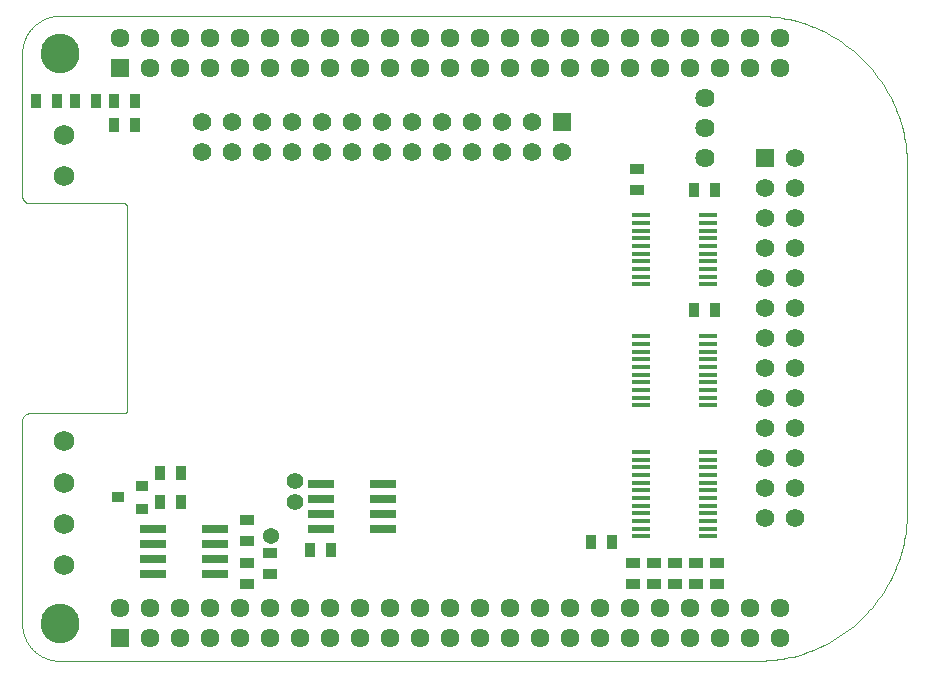
<source format=gts>
G75*
%MOIN*%
%OFA0B0*%
%FSLAX25Y25*%
%IPPOS*%
%LPD*%
%AMOC8*
5,1,8,0,0,1.08239X$1,22.5*
%
%ADD10R,0.06000X0.01800*%
%ADD11R,0.06337X0.06337*%
%ADD12C,0.06337*%
%ADD13C,0.00000*%
%ADD14C,0.12900*%
%ADD15R,0.06200X0.06200*%
%ADD16C,0.06200*%
%ADD17R,0.09100X0.02800*%
%ADD18R,0.03550X0.05124*%
%ADD19R,0.05124X0.03550*%
%ADD20C,0.06400*%
%ADD21C,0.05600*%
%ADD22C,0.05400*%
%ADD23C,0.06896*%
%ADD24R,0.03943X0.03550*%
D10*
X0256300Y0046500D03*
X0256300Y0049000D03*
X0256300Y0051600D03*
X0256300Y0054200D03*
X0256300Y0056700D03*
X0256300Y0059300D03*
X0256300Y0061800D03*
X0256300Y0064400D03*
X0256300Y0067000D03*
X0256300Y0069500D03*
X0256300Y0072059D03*
X0256300Y0074618D03*
X0278700Y0074618D03*
X0278700Y0072059D03*
X0278700Y0069500D03*
X0278700Y0067000D03*
X0278700Y0064400D03*
X0278700Y0061800D03*
X0278700Y0059300D03*
X0278700Y0056700D03*
X0278700Y0054200D03*
X0278700Y0051600D03*
X0278700Y0049000D03*
X0278700Y0046500D03*
X0278700Y0090200D03*
X0278700Y0092700D03*
X0278700Y0095300D03*
X0278700Y0097900D03*
X0278700Y0100400D03*
X0278700Y0103000D03*
X0278700Y0105500D03*
X0278700Y0108100D03*
X0278700Y0110700D03*
X0278700Y0113200D03*
X0256300Y0113200D03*
X0256300Y0110700D03*
X0256300Y0108100D03*
X0256300Y0105500D03*
X0256300Y0103000D03*
X0256300Y0100400D03*
X0256300Y0097900D03*
X0256300Y0095300D03*
X0256300Y0092700D03*
X0256300Y0090200D03*
X0256300Y0130500D03*
X0256300Y0133000D03*
X0256300Y0135600D03*
X0256300Y0138200D03*
X0256300Y0140700D03*
X0256300Y0143300D03*
X0256300Y0145800D03*
X0256300Y0148400D03*
X0256300Y0151000D03*
X0256300Y0153500D03*
X0278700Y0153500D03*
X0278700Y0151000D03*
X0278700Y0148400D03*
X0278700Y0145800D03*
X0278700Y0143300D03*
X0278700Y0140700D03*
X0278700Y0138200D03*
X0278700Y0135600D03*
X0278700Y0133000D03*
X0278700Y0130500D03*
D11*
X0082500Y0202500D03*
X0082500Y0012500D03*
D12*
X0092500Y0012500D03*
X0102500Y0012500D03*
X0112500Y0012500D03*
X0122500Y0012500D03*
X0132500Y0012500D03*
X0142500Y0012500D03*
X0152500Y0012500D03*
X0162500Y0012500D03*
X0172500Y0012500D03*
X0182500Y0012500D03*
X0192500Y0012500D03*
X0202500Y0012500D03*
X0212500Y0012500D03*
X0222500Y0012500D03*
X0232500Y0012500D03*
X0242500Y0012500D03*
X0252500Y0012500D03*
X0262500Y0012500D03*
X0272500Y0012500D03*
X0282500Y0012500D03*
X0292500Y0012500D03*
X0302500Y0012500D03*
X0302500Y0022500D03*
X0292500Y0022500D03*
X0282500Y0022500D03*
X0272500Y0022500D03*
X0262500Y0022500D03*
X0252500Y0022500D03*
X0242500Y0022500D03*
X0232500Y0022500D03*
X0222500Y0022500D03*
X0212500Y0022500D03*
X0202500Y0022500D03*
X0192500Y0022500D03*
X0182500Y0022500D03*
X0172500Y0022500D03*
X0162500Y0022500D03*
X0152500Y0022500D03*
X0142500Y0022500D03*
X0132500Y0022500D03*
X0122500Y0022500D03*
X0112500Y0022500D03*
X0102500Y0022500D03*
X0092500Y0022500D03*
X0082500Y0022500D03*
X0092500Y0202500D03*
X0102500Y0202500D03*
X0112500Y0202500D03*
X0122500Y0202500D03*
X0132500Y0202500D03*
X0142500Y0202500D03*
X0152500Y0202500D03*
X0162500Y0202500D03*
X0172500Y0202500D03*
X0182500Y0202500D03*
X0192500Y0202500D03*
X0202500Y0202500D03*
X0212500Y0202500D03*
X0222500Y0202500D03*
X0232500Y0202500D03*
X0242500Y0202500D03*
X0252500Y0202500D03*
X0262500Y0202500D03*
X0272500Y0202500D03*
X0282500Y0202500D03*
X0292500Y0202500D03*
X0302500Y0202500D03*
X0302500Y0212500D03*
X0292500Y0212500D03*
X0282500Y0212500D03*
X0272500Y0212500D03*
X0262500Y0212500D03*
X0252500Y0212500D03*
X0242500Y0212500D03*
X0232500Y0212500D03*
X0222500Y0212500D03*
X0212500Y0212500D03*
X0202500Y0212500D03*
X0192500Y0212500D03*
X0182500Y0212500D03*
X0172500Y0212500D03*
X0162500Y0212500D03*
X0152500Y0212500D03*
X0142500Y0212500D03*
X0132500Y0212500D03*
X0122500Y0212500D03*
X0112500Y0212500D03*
X0102500Y0212500D03*
X0092500Y0212500D03*
X0082500Y0212500D03*
D13*
X0050000Y0085000D02*
X0050000Y0017500D01*
X0056250Y0017500D02*
X0056252Y0017658D01*
X0056258Y0017815D01*
X0056268Y0017973D01*
X0056282Y0018130D01*
X0056300Y0018286D01*
X0056321Y0018443D01*
X0056347Y0018598D01*
X0056377Y0018753D01*
X0056410Y0018907D01*
X0056448Y0019060D01*
X0056489Y0019213D01*
X0056534Y0019364D01*
X0056583Y0019514D01*
X0056636Y0019662D01*
X0056692Y0019810D01*
X0056753Y0019955D01*
X0056816Y0020100D01*
X0056884Y0020242D01*
X0056955Y0020383D01*
X0057029Y0020522D01*
X0057107Y0020659D01*
X0057189Y0020794D01*
X0057273Y0020927D01*
X0057362Y0021058D01*
X0057453Y0021186D01*
X0057548Y0021313D01*
X0057645Y0021436D01*
X0057746Y0021558D01*
X0057850Y0021676D01*
X0057957Y0021792D01*
X0058067Y0021905D01*
X0058179Y0022016D01*
X0058295Y0022123D01*
X0058413Y0022228D01*
X0058533Y0022330D01*
X0058656Y0022428D01*
X0058782Y0022524D01*
X0058910Y0022616D01*
X0059040Y0022705D01*
X0059172Y0022791D01*
X0059307Y0022873D01*
X0059444Y0022952D01*
X0059582Y0023027D01*
X0059722Y0023099D01*
X0059865Y0023167D01*
X0060008Y0023232D01*
X0060154Y0023293D01*
X0060301Y0023350D01*
X0060449Y0023404D01*
X0060599Y0023454D01*
X0060749Y0023500D01*
X0060901Y0023542D01*
X0061054Y0023581D01*
X0061208Y0023615D01*
X0061363Y0023646D01*
X0061518Y0023672D01*
X0061674Y0023695D01*
X0061831Y0023714D01*
X0061988Y0023729D01*
X0062145Y0023740D01*
X0062303Y0023747D01*
X0062461Y0023750D01*
X0062618Y0023749D01*
X0062776Y0023744D01*
X0062933Y0023735D01*
X0063091Y0023722D01*
X0063247Y0023705D01*
X0063404Y0023684D01*
X0063559Y0023660D01*
X0063714Y0023631D01*
X0063869Y0023598D01*
X0064022Y0023562D01*
X0064175Y0023521D01*
X0064326Y0023477D01*
X0064476Y0023429D01*
X0064625Y0023378D01*
X0064773Y0023322D01*
X0064919Y0023263D01*
X0065064Y0023200D01*
X0065207Y0023133D01*
X0065348Y0023063D01*
X0065487Y0022990D01*
X0065625Y0022913D01*
X0065761Y0022832D01*
X0065894Y0022748D01*
X0066025Y0022661D01*
X0066154Y0022570D01*
X0066281Y0022476D01*
X0066406Y0022379D01*
X0066527Y0022279D01*
X0066647Y0022176D01*
X0066763Y0022070D01*
X0066877Y0021961D01*
X0066989Y0021849D01*
X0067097Y0021735D01*
X0067202Y0021617D01*
X0067305Y0021497D01*
X0067404Y0021375D01*
X0067500Y0021250D01*
X0067593Y0021122D01*
X0067683Y0020993D01*
X0067769Y0020861D01*
X0067853Y0020727D01*
X0067932Y0020591D01*
X0068009Y0020453D01*
X0068081Y0020313D01*
X0068150Y0020171D01*
X0068216Y0020028D01*
X0068278Y0019883D01*
X0068336Y0019736D01*
X0068391Y0019588D01*
X0068442Y0019439D01*
X0068489Y0019288D01*
X0068532Y0019137D01*
X0068571Y0018984D01*
X0068607Y0018830D01*
X0068638Y0018676D01*
X0068666Y0018521D01*
X0068690Y0018365D01*
X0068710Y0018208D01*
X0068726Y0018051D01*
X0068738Y0017894D01*
X0068746Y0017737D01*
X0068750Y0017579D01*
X0068750Y0017421D01*
X0068746Y0017263D01*
X0068738Y0017106D01*
X0068726Y0016949D01*
X0068710Y0016792D01*
X0068690Y0016635D01*
X0068666Y0016479D01*
X0068638Y0016324D01*
X0068607Y0016170D01*
X0068571Y0016016D01*
X0068532Y0015863D01*
X0068489Y0015712D01*
X0068442Y0015561D01*
X0068391Y0015412D01*
X0068336Y0015264D01*
X0068278Y0015117D01*
X0068216Y0014972D01*
X0068150Y0014829D01*
X0068081Y0014687D01*
X0068009Y0014547D01*
X0067932Y0014409D01*
X0067853Y0014273D01*
X0067769Y0014139D01*
X0067683Y0014007D01*
X0067593Y0013878D01*
X0067500Y0013750D01*
X0067404Y0013625D01*
X0067305Y0013503D01*
X0067202Y0013383D01*
X0067097Y0013265D01*
X0066989Y0013151D01*
X0066877Y0013039D01*
X0066763Y0012930D01*
X0066647Y0012824D01*
X0066527Y0012721D01*
X0066406Y0012621D01*
X0066281Y0012524D01*
X0066154Y0012430D01*
X0066025Y0012339D01*
X0065894Y0012252D01*
X0065761Y0012168D01*
X0065625Y0012087D01*
X0065487Y0012010D01*
X0065348Y0011937D01*
X0065207Y0011867D01*
X0065064Y0011800D01*
X0064919Y0011737D01*
X0064773Y0011678D01*
X0064625Y0011622D01*
X0064476Y0011571D01*
X0064326Y0011523D01*
X0064175Y0011479D01*
X0064022Y0011438D01*
X0063869Y0011402D01*
X0063714Y0011369D01*
X0063559Y0011340D01*
X0063404Y0011316D01*
X0063247Y0011295D01*
X0063091Y0011278D01*
X0062933Y0011265D01*
X0062776Y0011256D01*
X0062618Y0011251D01*
X0062461Y0011250D01*
X0062303Y0011253D01*
X0062145Y0011260D01*
X0061988Y0011271D01*
X0061831Y0011286D01*
X0061674Y0011305D01*
X0061518Y0011328D01*
X0061363Y0011354D01*
X0061208Y0011385D01*
X0061054Y0011419D01*
X0060901Y0011458D01*
X0060749Y0011500D01*
X0060599Y0011546D01*
X0060449Y0011596D01*
X0060301Y0011650D01*
X0060154Y0011707D01*
X0060008Y0011768D01*
X0059865Y0011833D01*
X0059722Y0011901D01*
X0059582Y0011973D01*
X0059444Y0012048D01*
X0059307Y0012127D01*
X0059172Y0012209D01*
X0059040Y0012295D01*
X0058910Y0012384D01*
X0058782Y0012476D01*
X0058656Y0012572D01*
X0058533Y0012670D01*
X0058413Y0012772D01*
X0058295Y0012877D01*
X0058179Y0012984D01*
X0058067Y0013095D01*
X0057957Y0013208D01*
X0057850Y0013324D01*
X0057746Y0013442D01*
X0057645Y0013564D01*
X0057548Y0013687D01*
X0057453Y0013814D01*
X0057362Y0013942D01*
X0057273Y0014073D01*
X0057189Y0014206D01*
X0057107Y0014341D01*
X0057029Y0014478D01*
X0056955Y0014617D01*
X0056884Y0014758D01*
X0056816Y0014900D01*
X0056753Y0015045D01*
X0056692Y0015190D01*
X0056636Y0015338D01*
X0056583Y0015486D01*
X0056534Y0015636D01*
X0056489Y0015787D01*
X0056448Y0015940D01*
X0056410Y0016093D01*
X0056377Y0016247D01*
X0056347Y0016402D01*
X0056321Y0016557D01*
X0056300Y0016714D01*
X0056282Y0016870D01*
X0056268Y0017027D01*
X0056258Y0017185D01*
X0056252Y0017342D01*
X0056250Y0017500D01*
X0050000Y0017500D02*
X0050004Y0017198D01*
X0050015Y0016896D01*
X0050033Y0016595D01*
X0050058Y0016294D01*
X0050091Y0015993D01*
X0050131Y0015694D01*
X0050178Y0015396D01*
X0050233Y0015098D01*
X0050294Y0014803D01*
X0050363Y0014509D01*
X0050439Y0014216D01*
X0050522Y0013926D01*
X0050612Y0013637D01*
X0050709Y0013351D01*
X0050812Y0013067D01*
X0050923Y0012786D01*
X0051040Y0012508D01*
X0051164Y0012232D01*
X0051295Y0011960D01*
X0051432Y0011691D01*
X0051575Y0011425D01*
X0051725Y0011163D01*
X0051882Y0010904D01*
X0052044Y0010650D01*
X0052213Y0010399D01*
X0052387Y0010153D01*
X0052568Y0009910D01*
X0052754Y0009673D01*
X0052946Y0009439D01*
X0053144Y0009211D01*
X0053347Y0008987D01*
X0053555Y0008769D01*
X0053769Y0008555D01*
X0053987Y0008347D01*
X0054211Y0008144D01*
X0054439Y0007946D01*
X0054673Y0007754D01*
X0054910Y0007568D01*
X0055153Y0007387D01*
X0055399Y0007213D01*
X0055650Y0007044D01*
X0055904Y0006882D01*
X0056163Y0006725D01*
X0056425Y0006575D01*
X0056691Y0006432D01*
X0056960Y0006295D01*
X0057232Y0006164D01*
X0057508Y0006040D01*
X0057786Y0005923D01*
X0058067Y0005812D01*
X0058351Y0005709D01*
X0058637Y0005612D01*
X0058926Y0005522D01*
X0059216Y0005439D01*
X0059509Y0005363D01*
X0059803Y0005294D01*
X0060098Y0005233D01*
X0060396Y0005178D01*
X0060694Y0005131D01*
X0060993Y0005091D01*
X0061294Y0005058D01*
X0061595Y0005033D01*
X0061896Y0005015D01*
X0062198Y0005004D01*
X0062500Y0005000D01*
X0295000Y0005000D01*
X0296208Y0005015D01*
X0297416Y0005058D01*
X0298622Y0005131D01*
X0299826Y0005233D01*
X0301027Y0005365D01*
X0302224Y0005525D01*
X0303418Y0005714D01*
X0304606Y0005931D01*
X0305789Y0006178D01*
X0306966Y0006453D01*
X0308135Y0006756D01*
X0309297Y0007088D01*
X0310451Y0007447D01*
X0311595Y0007834D01*
X0312730Y0008249D01*
X0313855Y0008691D01*
X0314968Y0009160D01*
X0316070Y0009656D01*
X0317160Y0010179D01*
X0318236Y0010727D01*
X0319299Y0011302D01*
X0320348Y0011902D01*
X0321382Y0012527D01*
X0322401Y0013176D01*
X0323403Y0013851D01*
X0324389Y0014549D01*
X0325358Y0015271D01*
X0326309Y0016016D01*
X0327242Y0016784D01*
X0328156Y0017574D01*
X0329051Y0018387D01*
X0329926Y0019220D01*
X0330780Y0020074D01*
X0331613Y0020949D01*
X0332426Y0021844D01*
X0333216Y0022758D01*
X0333984Y0023691D01*
X0334729Y0024642D01*
X0335451Y0025611D01*
X0336149Y0026597D01*
X0336824Y0027599D01*
X0337473Y0028618D01*
X0338098Y0029652D01*
X0338698Y0030701D01*
X0339273Y0031764D01*
X0339821Y0032840D01*
X0340344Y0033930D01*
X0340840Y0035032D01*
X0341309Y0036145D01*
X0341751Y0037270D01*
X0342166Y0038405D01*
X0342553Y0039549D01*
X0342912Y0040703D01*
X0343244Y0041865D01*
X0343547Y0043034D01*
X0343822Y0044211D01*
X0344069Y0045394D01*
X0344286Y0046582D01*
X0344475Y0047776D01*
X0344635Y0048973D01*
X0344767Y0050174D01*
X0344869Y0051378D01*
X0344942Y0052584D01*
X0344985Y0053792D01*
X0345000Y0055000D01*
X0345000Y0170000D01*
X0344985Y0171208D01*
X0344942Y0172416D01*
X0344869Y0173622D01*
X0344767Y0174826D01*
X0344635Y0176027D01*
X0344475Y0177224D01*
X0344286Y0178418D01*
X0344069Y0179606D01*
X0343822Y0180789D01*
X0343547Y0181966D01*
X0343244Y0183135D01*
X0342912Y0184297D01*
X0342553Y0185451D01*
X0342166Y0186595D01*
X0341751Y0187730D01*
X0341309Y0188855D01*
X0340840Y0189968D01*
X0340344Y0191070D01*
X0339821Y0192160D01*
X0339273Y0193236D01*
X0338698Y0194299D01*
X0338098Y0195348D01*
X0337473Y0196382D01*
X0336824Y0197401D01*
X0336149Y0198403D01*
X0335451Y0199389D01*
X0334729Y0200358D01*
X0333984Y0201309D01*
X0333216Y0202242D01*
X0332426Y0203156D01*
X0331613Y0204051D01*
X0330780Y0204926D01*
X0329926Y0205780D01*
X0329051Y0206613D01*
X0328156Y0207426D01*
X0327242Y0208216D01*
X0326309Y0208984D01*
X0325358Y0209729D01*
X0324389Y0210451D01*
X0323403Y0211149D01*
X0322401Y0211824D01*
X0321382Y0212473D01*
X0320348Y0213098D01*
X0319299Y0213698D01*
X0318236Y0214273D01*
X0317160Y0214821D01*
X0316070Y0215344D01*
X0314968Y0215840D01*
X0313855Y0216309D01*
X0312730Y0216751D01*
X0311595Y0217166D01*
X0310451Y0217553D01*
X0309297Y0217912D01*
X0308135Y0218244D01*
X0306966Y0218547D01*
X0305789Y0218822D01*
X0304606Y0219069D01*
X0303418Y0219286D01*
X0302224Y0219475D01*
X0301027Y0219635D01*
X0299826Y0219767D01*
X0298622Y0219869D01*
X0297416Y0219942D01*
X0296208Y0219985D01*
X0295000Y0220000D01*
X0062500Y0220000D01*
X0056250Y0207500D02*
X0056252Y0207658D01*
X0056258Y0207815D01*
X0056268Y0207973D01*
X0056282Y0208130D01*
X0056300Y0208286D01*
X0056321Y0208443D01*
X0056347Y0208598D01*
X0056377Y0208753D01*
X0056410Y0208907D01*
X0056448Y0209060D01*
X0056489Y0209213D01*
X0056534Y0209364D01*
X0056583Y0209514D01*
X0056636Y0209662D01*
X0056692Y0209810D01*
X0056753Y0209955D01*
X0056816Y0210100D01*
X0056884Y0210242D01*
X0056955Y0210383D01*
X0057029Y0210522D01*
X0057107Y0210659D01*
X0057189Y0210794D01*
X0057273Y0210927D01*
X0057362Y0211058D01*
X0057453Y0211186D01*
X0057548Y0211313D01*
X0057645Y0211436D01*
X0057746Y0211558D01*
X0057850Y0211676D01*
X0057957Y0211792D01*
X0058067Y0211905D01*
X0058179Y0212016D01*
X0058295Y0212123D01*
X0058413Y0212228D01*
X0058533Y0212330D01*
X0058656Y0212428D01*
X0058782Y0212524D01*
X0058910Y0212616D01*
X0059040Y0212705D01*
X0059172Y0212791D01*
X0059307Y0212873D01*
X0059444Y0212952D01*
X0059582Y0213027D01*
X0059722Y0213099D01*
X0059865Y0213167D01*
X0060008Y0213232D01*
X0060154Y0213293D01*
X0060301Y0213350D01*
X0060449Y0213404D01*
X0060599Y0213454D01*
X0060749Y0213500D01*
X0060901Y0213542D01*
X0061054Y0213581D01*
X0061208Y0213615D01*
X0061363Y0213646D01*
X0061518Y0213672D01*
X0061674Y0213695D01*
X0061831Y0213714D01*
X0061988Y0213729D01*
X0062145Y0213740D01*
X0062303Y0213747D01*
X0062461Y0213750D01*
X0062618Y0213749D01*
X0062776Y0213744D01*
X0062933Y0213735D01*
X0063091Y0213722D01*
X0063247Y0213705D01*
X0063404Y0213684D01*
X0063559Y0213660D01*
X0063714Y0213631D01*
X0063869Y0213598D01*
X0064022Y0213562D01*
X0064175Y0213521D01*
X0064326Y0213477D01*
X0064476Y0213429D01*
X0064625Y0213378D01*
X0064773Y0213322D01*
X0064919Y0213263D01*
X0065064Y0213200D01*
X0065207Y0213133D01*
X0065348Y0213063D01*
X0065487Y0212990D01*
X0065625Y0212913D01*
X0065761Y0212832D01*
X0065894Y0212748D01*
X0066025Y0212661D01*
X0066154Y0212570D01*
X0066281Y0212476D01*
X0066406Y0212379D01*
X0066527Y0212279D01*
X0066647Y0212176D01*
X0066763Y0212070D01*
X0066877Y0211961D01*
X0066989Y0211849D01*
X0067097Y0211735D01*
X0067202Y0211617D01*
X0067305Y0211497D01*
X0067404Y0211375D01*
X0067500Y0211250D01*
X0067593Y0211122D01*
X0067683Y0210993D01*
X0067769Y0210861D01*
X0067853Y0210727D01*
X0067932Y0210591D01*
X0068009Y0210453D01*
X0068081Y0210313D01*
X0068150Y0210171D01*
X0068216Y0210028D01*
X0068278Y0209883D01*
X0068336Y0209736D01*
X0068391Y0209588D01*
X0068442Y0209439D01*
X0068489Y0209288D01*
X0068532Y0209137D01*
X0068571Y0208984D01*
X0068607Y0208830D01*
X0068638Y0208676D01*
X0068666Y0208521D01*
X0068690Y0208365D01*
X0068710Y0208208D01*
X0068726Y0208051D01*
X0068738Y0207894D01*
X0068746Y0207737D01*
X0068750Y0207579D01*
X0068750Y0207421D01*
X0068746Y0207263D01*
X0068738Y0207106D01*
X0068726Y0206949D01*
X0068710Y0206792D01*
X0068690Y0206635D01*
X0068666Y0206479D01*
X0068638Y0206324D01*
X0068607Y0206170D01*
X0068571Y0206016D01*
X0068532Y0205863D01*
X0068489Y0205712D01*
X0068442Y0205561D01*
X0068391Y0205412D01*
X0068336Y0205264D01*
X0068278Y0205117D01*
X0068216Y0204972D01*
X0068150Y0204829D01*
X0068081Y0204687D01*
X0068009Y0204547D01*
X0067932Y0204409D01*
X0067853Y0204273D01*
X0067769Y0204139D01*
X0067683Y0204007D01*
X0067593Y0203878D01*
X0067500Y0203750D01*
X0067404Y0203625D01*
X0067305Y0203503D01*
X0067202Y0203383D01*
X0067097Y0203265D01*
X0066989Y0203151D01*
X0066877Y0203039D01*
X0066763Y0202930D01*
X0066647Y0202824D01*
X0066527Y0202721D01*
X0066406Y0202621D01*
X0066281Y0202524D01*
X0066154Y0202430D01*
X0066025Y0202339D01*
X0065894Y0202252D01*
X0065761Y0202168D01*
X0065625Y0202087D01*
X0065487Y0202010D01*
X0065348Y0201937D01*
X0065207Y0201867D01*
X0065064Y0201800D01*
X0064919Y0201737D01*
X0064773Y0201678D01*
X0064625Y0201622D01*
X0064476Y0201571D01*
X0064326Y0201523D01*
X0064175Y0201479D01*
X0064022Y0201438D01*
X0063869Y0201402D01*
X0063714Y0201369D01*
X0063559Y0201340D01*
X0063404Y0201316D01*
X0063247Y0201295D01*
X0063091Y0201278D01*
X0062933Y0201265D01*
X0062776Y0201256D01*
X0062618Y0201251D01*
X0062461Y0201250D01*
X0062303Y0201253D01*
X0062145Y0201260D01*
X0061988Y0201271D01*
X0061831Y0201286D01*
X0061674Y0201305D01*
X0061518Y0201328D01*
X0061363Y0201354D01*
X0061208Y0201385D01*
X0061054Y0201419D01*
X0060901Y0201458D01*
X0060749Y0201500D01*
X0060599Y0201546D01*
X0060449Y0201596D01*
X0060301Y0201650D01*
X0060154Y0201707D01*
X0060008Y0201768D01*
X0059865Y0201833D01*
X0059722Y0201901D01*
X0059582Y0201973D01*
X0059444Y0202048D01*
X0059307Y0202127D01*
X0059172Y0202209D01*
X0059040Y0202295D01*
X0058910Y0202384D01*
X0058782Y0202476D01*
X0058656Y0202572D01*
X0058533Y0202670D01*
X0058413Y0202772D01*
X0058295Y0202877D01*
X0058179Y0202984D01*
X0058067Y0203095D01*
X0057957Y0203208D01*
X0057850Y0203324D01*
X0057746Y0203442D01*
X0057645Y0203564D01*
X0057548Y0203687D01*
X0057453Y0203814D01*
X0057362Y0203942D01*
X0057273Y0204073D01*
X0057189Y0204206D01*
X0057107Y0204341D01*
X0057029Y0204478D01*
X0056955Y0204617D01*
X0056884Y0204758D01*
X0056816Y0204900D01*
X0056753Y0205045D01*
X0056692Y0205190D01*
X0056636Y0205338D01*
X0056583Y0205486D01*
X0056534Y0205636D01*
X0056489Y0205787D01*
X0056448Y0205940D01*
X0056410Y0206093D01*
X0056377Y0206247D01*
X0056347Y0206402D01*
X0056321Y0206557D01*
X0056300Y0206714D01*
X0056282Y0206870D01*
X0056268Y0207027D01*
X0056258Y0207185D01*
X0056252Y0207342D01*
X0056250Y0207500D01*
X0050000Y0207500D02*
X0050000Y0160000D01*
X0050002Y0159902D01*
X0050008Y0159804D01*
X0050017Y0159706D01*
X0050031Y0159609D01*
X0050048Y0159512D01*
X0050069Y0159416D01*
X0050094Y0159321D01*
X0050122Y0159227D01*
X0050155Y0159135D01*
X0050190Y0159043D01*
X0050230Y0158953D01*
X0050272Y0158865D01*
X0050319Y0158778D01*
X0050368Y0158694D01*
X0050421Y0158611D01*
X0050477Y0158531D01*
X0050537Y0158452D01*
X0050599Y0158376D01*
X0050664Y0158303D01*
X0050732Y0158232D01*
X0050803Y0158164D01*
X0050876Y0158099D01*
X0050952Y0158037D01*
X0051031Y0157977D01*
X0051111Y0157921D01*
X0051194Y0157868D01*
X0051278Y0157819D01*
X0051365Y0157772D01*
X0051453Y0157730D01*
X0051543Y0157690D01*
X0051635Y0157655D01*
X0051727Y0157622D01*
X0051821Y0157594D01*
X0051916Y0157569D01*
X0052012Y0157548D01*
X0052109Y0157531D01*
X0052206Y0157517D01*
X0052304Y0157508D01*
X0052402Y0157502D01*
X0052500Y0157500D01*
X0084000Y0157500D01*
X0084060Y0157498D01*
X0084121Y0157493D01*
X0084180Y0157484D01*
X0084239Y0157471D01*
X0084298Y0157455D01*
X0084355Y0157435D01*
X0084410Y0157412D01*
X0084465Y0157385D01*
X0084517Y0157356D01*
X0084568Y0157323D01*
X0084617Y0157287D01*
X0084663Y0157249D01*
X0084707Y0157207D01*
X0084749Y0157163D01*
X0084787Y0157117D01*
X0084823Y0157068D01*
X0084856Y0157017D01*
X0084885Y0156965D01*
X0084912Y0156910D01*
X0084935Y0156855D01*
X0084955Y0156798D01*
X0084971Y0156739D01*
X0084984Y0156680D01*
X0084993Y0156621D01*
X0084998Y0156560D01*
X0085000Y0156500D01*
X0085000Y0088500D01*
X0084998Y0088440D01*
X0084993Y0088379D01*
X0084984Y0088320D01*
X0084971Y0088261D01*
X0084955Y0088202D01*
X0084935Y0088145D01*
X0084912Y0088090D01*
X0084885Y0088035D01*
X0084856Y0087983D01*
X0084823Y0087932D01*
X0084787Y0087883D01*
X0084749Y0087837D01*
X0084707Y0087793D01*
X0084663Y0087751D01*
X0084617Y0087713D01*
X0084568Y0087677D01*
X0084517Y0087644D01*
X0084465Y0087615D01*
X0084410Y0087588D01*
X0084355Y0087565D01*
X0084298Y0087545D01*
X0084239Y0087529D01*
X0084180Y0087516D01*
X0084121Y0087507D01*
X0084060Y0087502D01*
X0084000Y0087500D01*
X0052500Y0087500D01*
X0052402Y0087498D01*
X0052304Y0087492D01*
X0052206Y0087483D01*
X0052109Y0087469D01*
X0052012Y0087452D01*
X0051916Y0087431D01*
X0051821Y0087406D01*
X0051727Y0087378D01*
X0051635Y0087345D01*
X0051543Y0087310D01*
X0051453Y0087270D01*
X0051365Y0087228D01*
X0051278Y0087181D01*
X0051194Y0087132D01*
X0051111Y0087079D01*
X0051031Y0087023D01*
X0050952Y0086963D01*
X0050876Y0086901D01*
X0050803Y0086836D01*
X0050732Y0086768D01*
X0050664Y0086697D01*
X0050599Y0086624D01*
X0050537Y0086548D01*
X0050477Y0086469D01*
X0050421Y0086389D01*
X0050368Y0086306D01*
X0050319Y0086222D01*
X0050272Y0086135D01*
X0050230Y0086047D01*
X0050190Y0085957D01*
X0050155Y0085865D01*
X0050122Y0085773D01*
X0050094Y0085679D01*
X0050069Y0085584D01*
X0050048Y0085488D01*
X0050031Y0085391D01*
X0050017Y0085294D01*
X0050008Y0085196D01*
X0050002Y0085098D01*
X0050000Y0085000D01*
X0050000Y0207500D02*
X0050004Y0207802D01*
X0050015Y0208104D01*
X0050033Y0208405D01*
X0050058Y0208706D01*
X0050091Y0209007D01*
X0050131Y0209306D01*
X0050178Y0209604D01*
X0050233Y0209902D01*
X0050294Y0210197D01*
X0050363Y0210491D01*
X0050439Y0210784D01*
X0050522Y0211074D01*
X0050612Y0211363D01*
X0050709Y0211649D01*
X0050812Y0211933D01*
X0050923Y0212214D01*
X0051040Y0212492D01*
X0051164Y0212768D01*
X0051295Y0213040D01*
X0051432Y0213309D01*
X0051575Y0213575D01*
X0051725Y0213837D01*
X0051882Y0214096D01*
X0052044Y0214350D01*
X0052213Y0214601D01*
X0052387Y0214847D01*
X0052568Y0215090D01*
X0052754Y0215327D01*
X0052946Y0215561D01*
X0053144Y0215789D01*
X0053347Y0216013D01*
X0053555Y0216231D01*
X0053769Y0216445D01*
X0053987Y0216653D01*
X0054211Y0216856D01*
X0054439Y0217054D01*
X0054673Y0217246D01*
X0054910Y0217432D01*
X0055153Y0217613D01*
X0055399Y0217787D01*
X0055650Y0217956D01*
X0055904Y0218118D01*
X0056163Y0218275D01*
X0056425Y0218425D01*
X0056691Y0218568D01*
X0056960Y0218705D01*
X0057232Y0218836D01*
X0057508Y0218960D01*
X0057786Y0219077D01*
X0058067Y0219188D01*
X0058351Y0219291D01*
X0058637Y0219388D01*
X0058926Y0219478D01*
X0059216Y0219561D01*
X0059509Y0219637D01*
X0059803Y0219706D01*
X0060098Y0219767D01*
X0060396Y0219822D01*
X0060694Y0219869D01*
X0060993Y0219909D01*
X0061294Y0219942D01*
X0061595Y0219967D01*
X0061896Y0219985D01*
X0062198Y0219996D01*
X0062500Y0220000D01*
D14*
X0062500Y0207500D03*
X0062500Y0017500D03*
D15*
X0297500Y0172500D03*
X0230000Y0184500D03*
D16*
X0220000Y0184500D03*
X0210000Y0184500D03*
X0200000Y0184500D03*
X0190000Y0184500D03*
X0180000Y0184500D03*
X0170000Y0184500D03*
X0160000Y0184500D03*
X0150000Y0184500D03*
X0140000Y0184500D03*
X0130000Y0184500D03*
X0120000Y0184500D03*
X0110000Y0184500D03*
X0110000Y0174500D03*
X0120000Y0174500D03*
X0130000Y0174500D03*
X0140000Y0174500D03*
X0150000Y0174500D03*
X0160000Y0174500D03*
X0170000Y0174500D03*
X0180000Y0174500D03*
X0190000Y0174500D03*
X0200000Y0174500D03*
X0210000Y0174500D03*
X0220000Y0174500D03*
X0230000Y0174500D03*
X0297500Y0162500D03*
X0307500Y0162500D03*
X0307500Y0172500D03*
X0307500Y0152500D03*
X0297500Y0152500D03*
X0297500Y0142500D03*
X0307500Y0142500D03*
X0307500Y0132500D03*
X0297500Y0132500D03*
X0297500Y0122500D03*
X0307500Y0122500D03*
X0307500Y0112500D03*
X0297500Y0112500D03*
X0297500Y0102500D03*
X0307500Y0102500D03*
X0307500Y0092500D03*
X0297500Y0092500D03*
X0297500Y0082500D03*
X0307500Y0082500D03*
X0307500Y0072500D03*
X0297500Y0072500D03*
X0297500Y0062500D03*
X0307500Y0062500D03*
X0307500Y0052500D03*
X0297500Y0052500D03*
D17*
X0170300Y0054000D03*
X0170300Y0049000D03*
X0170300Y0059000D03*
X0170300Y0064000D03*
X0149700Y0064000D03*
X0149700Y0059000D03*
X0149700Y0054000D03*
X0149700Y0049000D03*
X0114300Y0049000D03*
X0114300Y0044000D03*
X0114300Y0039000D03*
X0114300Y0034000D03*
X0093700Y0034000D03*
X0093700Y0039000D03*
X0093700Y0044000D03*
X0093700Y0049000D03*
D18*
X0095957Y0058000D03*
X0103043Y0058000D03*
X0103043Y0067500D03*
X0095957Y0067500D03*
X0145957Y0042000D03*
X0153043Y0042000D03*
X0239457Y0044500D03*
X0246543Y0044500D03*
X0273957Y0122000D03*
X0281043Y0122000D03*
X0281043Y0162000D03*
X0273957Y0162000D03*
X0087543Y0183500D03*
X0080457Y0183500D03*
X0080457Y0191500D03*
X0074543Y0191500D03*
X0067457Y0191500D03*
X0061543Y0191500D03*
X0054457Y0191500D03*
X0087543Y0191500D03*
D19*
X0255000Y0169043D03*
X0255000Y0161957D03*
X0125000Y0052043D03*
X0125000Y0044957D03*
X0132500Y0041043D03*
X0125000Y0037543D03*
X0132500Y0033957D03*
X0125000Y0030457D03*
X0253500Y0030457D03*
X0260500Y0030457D03*
X0267500Y0030457D03*
X0274500Y0030457D03*
X0281500Y0030457D03*
X0281500Y0037543D03*
X0274500Y0037543D03*
X0267500Y0037543D03*
X0260500Y0037543D03*
X0253500Y0037543D03*
D20*
X0277500Y0172500D03*
X0277500Y0182500D03*
X0277500Y0192500D03*
D21*
X0141000Y0065000D03*
X0141000Y0058000D03*
D22*
X0133000Y0046500D03*
D23*
X0064000Y0050610D03*
X0064000Y0036831D03*
X0064000Y0064390D03*
X0064000Y0078169D03*
X0064000Y0166610D03*
X0064000Y0180390D03*
D24*
X0089937Y0063240D03*
X0082063Y0059500D03*
X0089937Y0055760D03*
M02*

</source>
